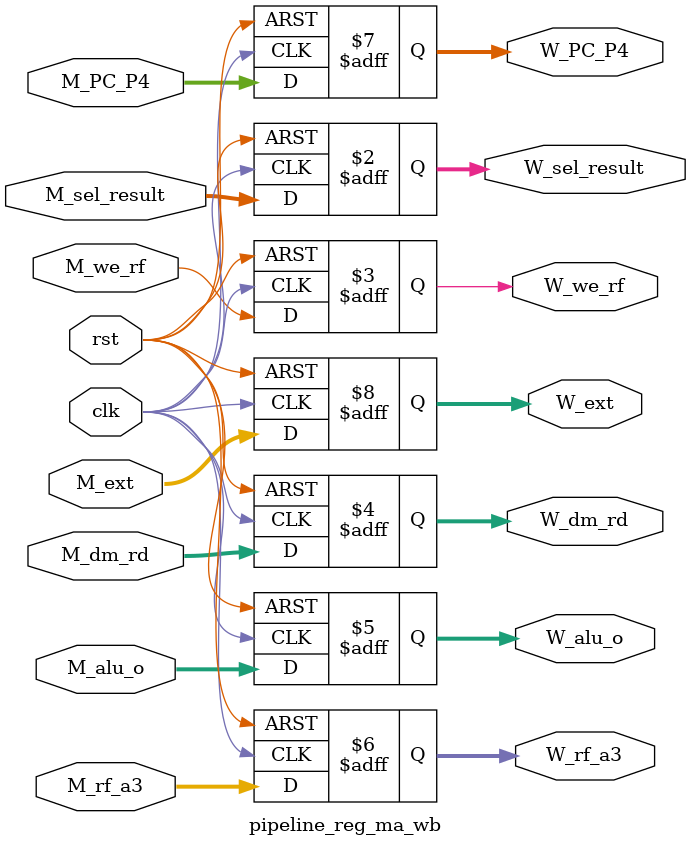
<source format=v>
module pipeline_reg_ma_wb(
    input  wire        clk,
    input  wire        rst,
    // Control signals from MA stage
    input  wire [1:0]  M_sel_result,
    input  wire        M_we_rf,
    // Data from MA stage
    input  wire [31:0] M_dm_rd,
    input  wire [31:0] M_alu_o,
    input  wire [4:0]  M_rf_a3,
    input  wire [31:0] M_PC_P4,
    input  wire [31:0] M_ext,        // Immediate (for LUI)
    
    // Outputs to WB stage
    output reg  [1:0]  W_sel_result,
    output reg         W_we_rf,
    output reg  [31:0] W_dm_rd,
    output reg  [31:0] W_alu_o,
    output reg  [4:0]  W_rf_a3,
    output reg  [31:0] W_PC_P4,
    output reg  [31:0] W_ext         // Immediate (for LUI)
);

    always @(posedge clk or posedge rst) begin
        if (rst) begin
            W_sel_result <= 2'b00;
            W_we_rf      <= 1'b0;
            W_dm_rd      <= 32'h00000000;
            W_alu_o      <= 32'h00000000;
            W_rf_a3      <= 5'b00000;
            W_PC_P4      <= 32'h00000000;
            W_ext        <= 32'h00000000;
        end else begin
            W_sel_result <= M_sel_result;
            W_we_rf      <= M_we_rf;
            W_dm_rd      <= M_dm_rd;
            W_alu_o      <= M_alu_o;
            W_rf_a3      <= M_rf_a3;
            W_PC_P4      <= M_PC_P4;
            W_ext        <= M_ext;
        end
    end

endmodule

</source>
